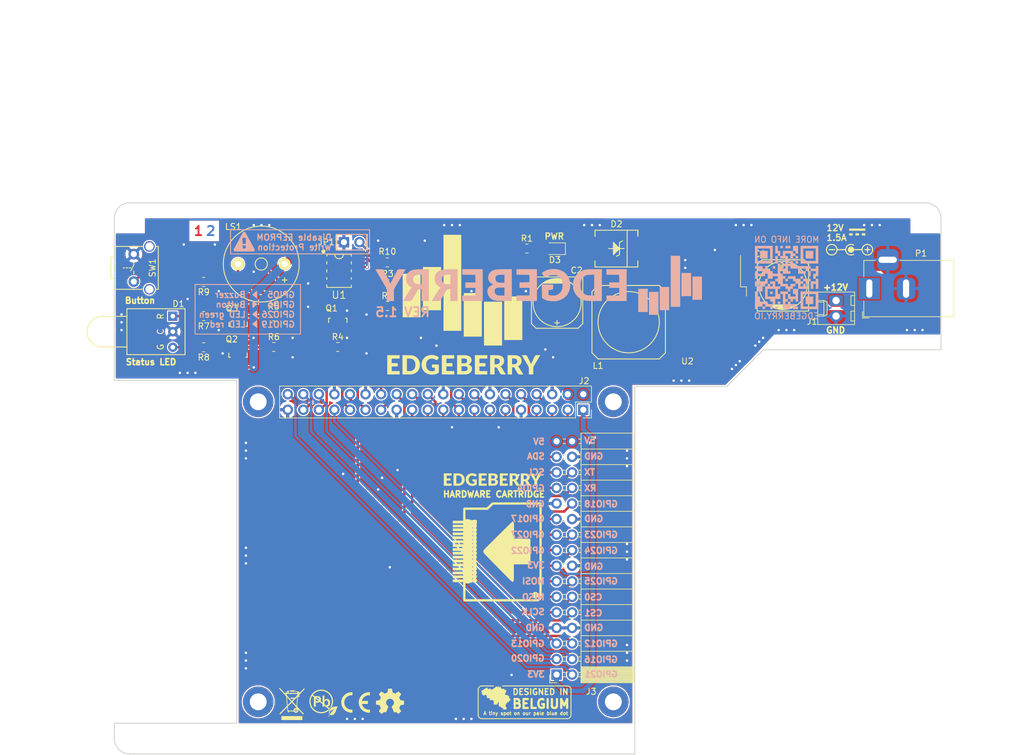
<source format=kicad_pcb>
(kicad_pcb (version 20240108) (generator "pcbnew") (generator_version "8.0")
  (layers (0 "F.Cu" signal) (31 "B.Cu" signal) (34 "B.Paste" user) (35 "F.Paste" user) (36 "B.SilkS" user "B.Silkscreen") (37 "F.SilkS" user "F.Silkscreen") (38 "B.Mask" user) (39 "F.Mask" user) (44 "Edge.Cuts" user))
  (net 0 "")
  (net 1 "+3V3")
  (net 2 "GND")
  (net 3 "btn_1")
  (net 4 "UART_TX")
  (net 5 "UART_RX")
  (net 6 "+12V")
  (net 7 "+5V")
  (net 8 "Net-(D1-A2)")
  (net 9 "Net-(D1-A1)")
  (net 10 "WP")
  (net 11 "Net-(D2-K)")
  (net 12 "Net-(D3-A)")
  (net 13 "I2C_SDA")
  (net 14 "I2C_SCL")
  (net 15 "LED_red")
  (net 16 "ID_SCL")
  (net 17 "ID_SDA")
  (net 18 "buzzer")
  (net 19 "GPIO_4")
  (net 20 "GPIO_23")
  (net 21 "GPIO_24")
  (net 22 "Net-(Q1-C)")
  (net 23 "GPIO_25")
  (net 24 "SPI_SCLK")
  (net 25 "SPI_CS0")
  (net 26 "SPI_CS1")
  (net 27 "SPI_MOSI")
  (net 28 "SPI_MISO")
  (net 29 "GPIO_18")
  (net 30 "GPIO_17")
  (net 31 "GPIO_22")
  (net 32 "GPIO_16")
  (net 33 "GPIO_12")
  (net 34 "GPIO_21")
  (net 35 "GPIO_20")
  (net 36 "GPIO_27")
  (net 37 "GPIO_13")
  (net 38 "LED_green")
  (net 39 "Net-(Q1-B)")
  (net 40 "Net-(Q2-E)")
  (net 41 "Net-(Q2-B)")
  (net 42 "Net-(Q3-E)")
  (net 43 "Net-(Q3-B)")
  (footprint "Capacitors_SMD:c_elec_8x10" (layer "F.Cu") (at 192.849 65.2672 90)
    (property "Reference" "C1")
    (property "Value" "330uF")
  )
  (footprint "Capacitors_SMD:c_elec_8x10" (layer "F.Cu") (at 155.956 68.072 -90)
    (property "Reference" "C2")
    (property "Value" "330uF")
  )
  (footprint "Inductors:SELF-WE-PD-XXL" (layer "F.Cu") (at 167.649 71.272 -90)
    (property "Reference" "L1")
    (property "Value" "33uH")
  )
  (footprint "TO_SOT_Packages_SMD:SOT-23" (layer "F.Cu") (at 103.874 71.297 180)
    (property "Reference" "Q3")
    (property "Value" "BC547")
  )
  (footprint "TO_SOT_Packages_SMD:SOT-23" (layer "F.Cu") (at 103.849 76.347 180)
    (property "Reference" "Q2")
    (property "Value" "BC547")
  )
  (footprint "emcosys:tactile_switch_vertical" (layer "F.Cu") (at 86.829 62.398 -90)
    (property "Reference" "SW1")
    (property "Value" "SW_PUSH")
  )
  (footprint "emcosys:SpuQ_5mm_copper" (layer "F.Cu") (at 112.522 124.714)
    (property "Reference" "G***" (hide yes))
    (property "Value" "LOGO" (hide yes))
  )
  (footprint "emcosys:SS54_Schottky_40V_5A" (layer "F.Cu") (at 165.649 59.25)
    (property "Reference" "D2")
    (property "Value" "SS54")
  )
  (footprint "emcosys:Hole_M2.5" (layer "F.Cu") (at 88 20)
    (property "Reference" "REF**" (hide yes))
    (property "Value" "Hole_M3" (hide yes))
  )
  (footprint "TO_SOT_Packages_SMD:SOT-23" (layer "F.Cu") (at 120.149 71.272)
    (property "Reference" "Q1")
    (property "Value" "BC547")
  )
  (footprint "emcosys:Hole_M2.5_small" (layer "F.Cu") (at 86.149 54.272)
    (property "Reference" "REF**" (hide yes))
    (property "Value" "Hole_M2.5_small" (hide yes))
  )
  (footprint "emcosys:Hole_M2.5_small" (layer "F.Cu") (at 216.149 54.272)
    (property "Reference" "REF**" (hide yes))
    (property "Value" "Hole_M2.5_small" (hide yes))
  )
  (footprint "emcosys:Hole_M2.5_small" (layer "F.Cu") (at 86.149 139.272)
    (property "Reference" "REF**" (hide yes))
    (property "Value" "Hole_M2.5_small" (hide yes))
  )
  (footprint "Buzzers_Beepers:Buzzer_12x9.5RM7.6" (layer "F.Cu") (at 107.649 61.772 180)
    (property "Reference" "LS1")
    (property "Value" "Buzzer")
  )
  (footprint "Fiducials:Fiducial_1mm_Dia_2.54mm_Outer_CopperTop" (layer "F.Cu") (at 91.5 56.5)
    (property "Reference" "REF**" (hide yes))
    (property "Value" "Fiducial_1mm_Dia_2.54mm_Outer_CopperTop" (hide yes))
  )
  (footprint "Fiducials:Fiducial_1mm_Dia_2.54mm_Outer_CopperTop" (layer "F.Cu") (at 211.75 56.5)
    (property "Reference" "REF**" (hide yes))
    (property "Value" "Fiducial_1mm_Dia_2.54mm_Outer_CopperTop" (hide yes))
  )
  (footprint "Fiducials:Fiducial_1mm_Dia_2.54mm_Outer_CopperTop" (layer "F.Cu") (at 160.0842 134.787)
    (property "Reference" "REF**" (hide yes))
    (property "Value" "Fiducial_1mm_Dia_2.54mm_Outer_CopperTop" (hide yes))
  )
  (footprint "Connector_Molex:Molex_KK-254_AE-6410-02A_1x02_P2.54mm_Vertical" (layer "F.Cu") (at 201.517 67.731 -90)
    (property "Reference" "J1")
    (property "Value" "Molex_KK_1x02_P2.54mm")
  )
  (footprint "Resistor_SMD:R_0805_2012Metric" (layer "F.Cu") (at 128.274 68.62 180)
    (property "Reference" "R2")
    (property "Value" "10k")
  )
  (footprint "Package_TO_SOT_SMD:TO-263-5_TabPin3" (layer "F.Cu") (at 181.674 68.447 -90)
    (property "Reference" "U2")
    (property "Value" "LM2596S-5.0")
  )
  (footprint "LOGO" (layer "F.Cu") (at 145.949 132.647736)
    (property "Reference" "G***" (hide yes))
    (property "Value" "LOGO" (hide yes))
  )
  (footprint "Resistor_SMD:R_0805_2012Metric" (layer "F.Cu") (at 98.249 64.697 180)
    (property "Reference" "R9")
    (property "Value" "10k")
  )
  (footprint "LED_SMD:LED_0805_2012Metric" (layer "F.Cu") (at 155.624 59.272 180)
    (property "Reference" "D3")
    (property "Value" "LED")
  )
  (footprint "emcosys:SOIC_8" (layer "F.Cu") (at 120.349 62.8865 -90)
    (property "Reference" "U1")
    (property "Value" "24LC256")
  )
  (footprint "Connector_PinSocket_2.54mm:PinSocket_2x20_P2.54mm_Vertical" (layer "F.Cu") (at 160.234 85.572 -90)
    (property "Reference" "J2")
    (property "Value" "Raspberry_Pi_2_3" (hide yes))
  )
  (footprint "emcosys:bicolor_LED_right_angle" (layer "F.Cu") (at 93.199 72.822 -90)
    (property "Reference" "D1")
    (property "Value" "Led_x2")
  )
  (footprint "Connector_PinHeader_2.54mm:PinHeader_1x02_P2.54mm_Vertical" (layer "F.Cu") (at 121.146 58.206 90)
    (property "Reference" "JP1")
    (property "Value" "Jumper_2_Open" (hide yes))
  )
  (footprint "LOGO" (layer "F.Cu") (at 203.749 59.422)
    (property "Reference" "G***" (hide yes))
    (property "Value" "LOGO" (hide yes))
  )
  (footprint "LOGO" (layer "F.Cu") (at 123.049 133.372)
    (property "Reference" "G***" (hide yes))
    (property "Value" "LOGO" (hide yes))
  )
  (footprint "Resistor_SMD:R_0805_2012Metric" (layer "F.Cu") (at 151.024 59.247)
    (property "Reference" "R1")
    (property "Value" "270R")
  )
  (footprint "LOGO" (layer "F.Cu") (at 140.716 78.232)
    (property "Reference" "G***" (hide yes))
    (property "Value" "LOGO" (hide yes))
  )
  (footprint "LOGO" (layer "F.Cu") (at 145.449 96.972)
    (property "Reference" "G***" (hide yes))
    (property "Value" "LOGO" (hide yes))
  )
  (footprint "Resistor_SMD:R_0805_2012Metric" (layer "F.Cu") (at 128.2345 61.508)
    (property "Reference" "R10")
    (property "Value" "10k")
  )
  (footprint "LOGO" (layer "F.Cu") (at 128.649 133.172)
    (property "Reference" "G***" (hide yes))
    (property "Value" "LOGO" (hide yes))
  )
  (footprint "Resistor_SMD:R_0805_2012Metric" (layer "F.Cu") (at 98.249 70.272 180)
    (property "Reference" "R7")
    (property "Value" "270R")
  )
  (footprint "LOGO" (layer "F.Cu") (at 112.649 133.172)
    (property "Reference" "G***" (hide yes))
    (property "Value" "LOGO" (hide yes))
  )
  (footprint "LOGO" (layer "F.Cu") (at 204.949 56.572)
    (property "Reference" "G***" (hide yes))
    (property "Value" "LOGO" (hide yes))
  )
  (footprint "LOGO" (layer "F.Cu") (at 117.849 133.572)
    (property "Reference" "G***" (hide yes))
    (property "Value" "LOGO" (hide yes))
  )
  (footprint "Resistor_SMD:R_0805_2012Metric" (layer "F.Cu") (at 120.149 75.322)
    (property "Reference" "R4")
    (property "Value" "3k3")
  )
  (footprint "Connector_BarrelJack:BarrelJack_Horizontal" (layer "F.Cu") (at 206.949 65.7795 180)
    (property "Reference" "P1")
    (property "Value" "12Vin")
  )
  (footprint "Resistor_SMD:R_0805_2012Metric" (layer "F.Cu") (at 109.674 70.322)
    (property "Reference" "R5")
    (property "Value" "3k3")
  )
  (footprint "LOGO" (layer "F.Cu") (at 146.249 108.772)
    (property "Reference" "G***" (hide yes))
    (property "Value" "LOGO" (hide yes))
  )
  (footprint "Resistor_SMD:R_0805_2012Metric" (layer "F.Cu") (at 98.249 75.372 180)
    (property "Reference" "R8")
    (property "Value" "270R")
  )
  (footprint "Resistor_SMD:R_0805_2012Metric" (layer "F.Cu") (at 128.299 65.064 180)
    (property "Reference" "R3")
    (property "Value" "10k")
  )
  (footprint "Connector_PinSocket_2.54mm:PinSocket_2x16_P2.54mm_Horizontal" (layer "F.Cu") (at 155.874 128.822 180)
    (property "Reference" "J3")
    (property "Value" "Edgeberry Cartridge Connector")
  )
  (footprint "Resistor_SMD:R_0805_2012Metric" (layer "F.Cu") (at 109.699 75.322)
    (property "Reference" "R6")
    (property "Value" "3k3")
  )
  (footprint "LOGO" (layer "F.Cu") (at 140.462 65.964852)
    (property "Reference" "G***" (hide yes))
    (property "Value" "LOGO" (hide yes))
  )
  (footprint "emcosys:Hole_M3" (layer "B.Cu") (at 165.1464 84.271 180)
    (property "Reference" "REF**" (hide yes))
    (property "Value" "Hole_M3" (hide yes))
  )
  (footprint "emcosys:Hole_M2.5" (layer "B.Cu") (at 107.1464 84.271 180)
    (property "Reference" "REF**" (hide yes))
    (property "Value" "Hole_M3" (hide yes))
  )
  (footprint "emcosys:Hole_M2.5" (layer "B.Cu") (at 107.1464 133.271 180)
    (property "Reference" "REF**" (hide yes))
    (property "Value" "Hole_M3" (hide yes))
  )
  (footprint "emcosys:Hole_M2.5" (layer "B.Cu") (at 165.1464 133.271 180)
    (property "Reference" "REF**" (hide yes))
    (property "Value" "Hole_M3" (hide yes))
  )
  (footprint "emcosys:via_0.6mm" (layer "B.Cu") (at 149.689 96.222 -90)
    (property "Reference" "REF**" (hide yes))
    (property "Value" "via_0.6mm" (hide yes))
  )
  (footprint "emcosys:Hole_M2.5" (layer "B.Cu") (at 112.649 76.772 180)
    (property "Reference" "REF**" (hide yes))
    (property "Value" "Hole_M3" (hide yes))
  )
  (footprint "emcosys:Hole_M2.5" (layer "B.Cu") (at 167.649 76.772 180)
    (property "Reference" "REF**" (hide yes))
    (property "Value" "Hole_M3" (hide yes))
  )
  (footprint "LOGO" (layer "B.Cu") (at 104.8392 58.1044 180)
    (property "Reference" "G***" (hide yes))
    (property "Value" "LOGO" (hide yes))
  )
  (footprint "LOGO" (layer "B.Cu") (at 152.5658 65.2164 180)
    (property "Reference" "G***" (hide yes))
    (property "Value" "LOGO" (hide yes))
  )
  (footprint "LOGO" (layer "B.Cu") (at 193.449 63.972 180)
    (property "Reference" "G***" (hide yes))
    (property "Value" "LOGO" (hide yes))
  )
  (gr_poly (pts (xy 106.8966 67.2738) (xy 106.2616 66.7658) (xy 106.8966 66.2578)) (stroke (width 0.15)) (fill solid) (layer "B.SilkS"))
  (gr_line (start 125.337 56.174) (end 102.6294 56.174) (stroke (width 0.15)) (layer "B.SilkS"))
  (gr_line (start 114.049 73.2182) (end 96.8382 73.2182) (stroke (width 0.15)) (layer "B.SilkS"))
  (gr_line (start 120.003 56.936) (end 124.829 56.936) (stroke (width 0.15)) (layer "B.SilkS"))
  (gr_poly (pts (xy 106.8966 70.4742) (xy 106.2616 69.9662) (xy 106.8966 69.4582)) (stroke (width 0.15)) (fill solid) (layer "B.SilkS"))
  (gr_line (start 120.003 59.476) (end 120.003 56.936) (stroke (width 0.15)) (layer "B.SilkS"))
  (gr_line (start 125.337 60.111) (end 102.6294 60.111) (stroke (width 0.15)) (layer "B.SilkS"))
  (gr_line (start 124.829 59.476) (end 120.003 59.476) (stroke (width 0.15)) (layer "B.SilkS"))
  (gr_poly (pts (xy 106.8966 72.0744) (xy 106.2616 71.5664) (xy 106.8966 71.0584)) (stroke (width 0.15)) (fill solid) (layer "B.SilkS"))
  (gr_line (start 114.049 65.1182) (end 96.8382 65.1182) (stroke (width 0.15)) (layer "B.SilkS"))
  (gr_line (start 102.6294 60.111) (end 102.6294 56.174) (stroke (width 0.15)) (layer "B.SilkS"))
  (gr_line (start 125.337 56.174) (end 125.337 60.111) (stroke (width 0.15)) (layer "B.SilkS"))
  (gr_poly (pts (xy 106.2616 67.8326) (xy 106.8966 68.3406) (xy 106.2616 68.8486)) (stroke (width 0.15)) (fill solid) (layer "B.SilkS"))
  (gr_line (start 114.049 65.1182) (end 114.049 73.2182) (stroke (width 0.15)) (layer "B.SilkS"))
  (gr_line (start 124.829 56.936) (end 124.829 59.476) (stroke (width 0.15)) (layer "B.SilkS"))
  (gr_line (start 96.8382 65.1182) (end 96.8382 73.2182) (stroke (width 0.15)) (layer "B.SilkS"))
  (gr_line (start 157.624736 130.672) (end 147.049 130.672) (stroke (width 0.15)) (layer "F.SilkS"))
  (gr_arc (start 157.624736 130.672) (mid 158.049 130.847736) (end 158.224736 131.272) (stroke (width 0.15)) (layer "F.SilkS"))
  (gr_line (start 143.073264 131.247736) (end 143.073264 135.423472) (stroke (width 0.15)) (layer "F.SilkS"))
  (gr_arc (start 143.673264 136.023472) (mid 143.249 135.847736) (end 143.073264 135.423472) (stroke (width 0.15)) (layer "F.SilkS"))
  (gr_poly (pts (xy 114.299 136.172) (xy 110.999 136.172) (xy 110.999 135.672) (xy 114.299 135.672)) (stroke (width 0.15)) (fill solid) (layer "F.SilkS"))
  (gr_line (start 145.549 130.672) (end 143.673264 130.672) (stroke (width 0.15)) (layer "F.SilkS"))
  (gr_arc (start 158.224736 135.423472) (mid 158.049 135.847736) (end 157.624736 136.023472) (stroke (width 0.15)) (layer "F.SilkS"))
  (gr_line (start 143.673264 136.023472) (end 157.624736 136.023472) (stroke (width 0.15)) (layer "F.SilkS"))
  (gr_arc (start 143.073264 131.272) (mid 143.249 130.847736) (end 143.673264 130.672) (stroke (width 0.15)) (layer "F.SilkS"))
  (gr_line (start 158.224736 135.423472) (end 158.224736 131.272) (stroke (width 0.15)) (layer "F.SilkS"))
  (gr_line (start 183.649 81.772) (end 168.649 81.772) (stroke (width 0.15)) (layer "Edge.Cuts"))
  (gr_arc (start 83.649 54.272) (mid 84.381233 52.504233) (end 86.149 51.772) (stroke (width 0.15)) (layer "Edge.Cuts"))
  (gr_line (start 168.649 141.772) (end 168.649 81.772) (stroke (width 0.15)) (layer "Edge.Cuts"))
  (gr_line (start 103.649 136.772) (end 83.649 136.772) (stroke (width 0.15)) (layer "Edge.Cuts"))
  (gr_line (start 216.149 51.772) (end 86.149 51.772) (stroke (width 0.15)) (layer "Edge.Cuts"))
  (gr_arc (start 216.149 51.772) (mid 217.916767 52.504233) (end 218.649 54.272) (stroke (width 0.15)) (layer "Edge.Cuts"))
  (gr_line (start 189.649 75.772) (end 218.649 75.772) (stroke (width 0.15)) (layer "Edge.Cuts"))
  (gr_line (start 83.649 54.272) (end 83.649 80.772) (stroke (width 0.15)) (layer "Edge.Cuts"))
  (gr_line (start 183.649 81.772) (end 189.649 75.772) (stroke (width 0.15)) (layer "Edge.Cuts"))
  (gr_line (start 83.649 80.772) (end 103.649 80.772) (stroke (width 0.15)) (layer "Edge.Cuts"))
  (gr_line (start 218.649 75.772) (end 218.649 54.272) (stroke (width 0.15)) (layer "Edge.Cuts"))
  (gr_line (start 103.649 80.772) (end 103.649 136.772) (stroke (width 0.15)) (layer "Edge.Cuts"))
  (gr_line (start 168.649 141.772) (end 86.149 141.772) (stroke (width 0.15)) (layer "Edge.Cuts"))
  (gr_arc (start 86.149 141.772) (mid 84.381233 141.039767) (end 83.649 139.272) (stroke (width 0.15)) (layer "Edge.Cuts"))
  (gr_line (start 83.649 136.772) (end 83.649 139.272) (stroke (width 0.15)) (layer "Edge.Cuts"))
  (gr_text "1" (at 97.399 56.372 0) (layer "F.Cu") (effects (font (size 1.5 1.5) (thickness 0.3))))
  (gr_text "2" (at 99.399 56.372 0) (layer "B.Cu") (effects (font (size 1.5 1.5) (thickness 0.3))))
  (gr_text "5V" (at 160.249 90.572 0) (layer "B.SilkS") (effects (font (size 1 1) (thickness 0.25)) (justify right mirror)))
  (gr_text "GPIO24" (at 160.249 108.572 0) (layer "B.SilkS") (effects (font (size 1 1) (thickness 0.25)) (justify right mirror)))
  (gr_text "MOSI" (at 154.049 113.572 0) (layer "B.SilkS") (effects (font (size 1 1) (thickness 0.25)) (justify left mirror)))
  (gr_text "5V" (at 154.049 90.772 0) (layer "B.SilkS") (effects (font (size 1 1) (thickness 0.25)) (justify left mirror)))
  (gr_text "3V3" (at 154.049 110.972 0) (layer "B.SilkS") (effects (font (size 1 1) (thickness 0.25)) (justify left mirror)))
  (gr_text "GND" (at 154.049 100.972 0) (layer "B.SilkS") (effects (font (size 1 1) (thickness 0.25)) (justify left mirror)))
  (gr_text "GND" (at 160.249 111.172 0) (layer "B.SilkS") (effects (font (size 1 1) (thickness 0.25)) (justify right mirror)))
  (gr_text "GPIO21" (at 160.249 128.772 0) (layer "B.SilkS") (effects (font (size 1 1) (thickness 0.25)) (justify right mirror)))
  (gr_text "GPIO12" (at 160.249 123.772 0) (layer "B.SilkS") (effects (font (size 1 1) (thickness 0.25)) (justify right mirror)))
  (gr_text "REV 1.5" (at 130.7218 69.636 0) (layer "B.SilkS") (effects (font (size 1.5 1.5) (thickness 0.3)) (justify mirror)))
  (gr_text "GPIO20" (at 154.049 126.172 0) (layer "B.SilkS") (effects (font (size 1 1) (thickness 0.25)) (justify left mirror)))
  (gr_text "GPIO4" (at 154.049 98.372 0) (layer "B.SilkS") (effects (font (size 1 1) (thickness 0.25)) (justify left mirror)))
  (gr_text "GPIO5\nGPIO6\nGPIO26\nGPIO19" (at 113.249 69.2182 0) (layer "B.SilkS") (effects (font (size 1 1) (thickness 0.2)) (justify left mirror)))
  (gr_text "GPIO25" (at 160.249 113.572 0) (layer "B.SilkS") (effects (font (size 1 1) (thickness 0.25)) (justify right mirror)))
  (gr_text "SCL" (at 154.049 95.772 0) (layer "B.SilkS") (effects (font (size 1 1) (thickness 0.25)) (justify left mirror)))
  (gr_text "GND" (at 160.249 93.172 0) (layer "B.SilkS") (effects (font (size 1 1) (thickness 0.25)) (justify right mirror)))
  (gr_text "CS1" (at 160.249 118.772 0) (layer "B.SilkS") (effects (font (size 1 1) (thickness 0.25)) (justify right mirror)))
  (gr_text "MORE INFO ON" (at 193.449 57.772 0) (layer "B.SilkS") (effects (font (size 1 0.95)) (justify mirror)))
  (gr_text "SCLK" (at 154.049 118.572 0) (layer "B.SilkS") (effects (font (size 1 1) (thickness 0.25)) (justify left mirror)))
  (gr_text "GPIO16" (at 160.249 126.372 0) (layer "B.SilkS") (effects (font (size 1 1) (thickness 0.25)) (justify right mirror)))
  (gr_text "GPIO22" (at 154.049 108.572 0) (layer "B.SilkS") (effects (font (size 1 1) (thickness 0.25)) (justify left mirror)))
  (gr_text "CS0" (at 160.249 116.172 0) (layer "B.SilkS") (effects (font (size 1 1) (thickness 0.25)) (justify right mirror)))
  (gr_text "Buzzer\nButton \nLED green\nLED red" (at 105.2202 69.2042 0) (layer "B.SilkS") (effects (font (size 1 1) (thickness 0.2)) (justify left mirror)))
  (gr_text "GPIO23" (at 160.249 105.972 0) (layer "B.SilkS") (effects (font (size 1 1) (thickness 0.25)) (justify right mirror)))
  (gr_text "SDA" (at 154.049 93.172 0) (layer "B.SilkS") (effects (font (size 1 1) (thickness 0.25)) (justify left mirror)))
  (gr_text "Disable EEPROM\nWrite Protection" (at 119.241 58.2314 0) (layer "B.SilkS") (effects (font (size 1 1) (thickness 0.2)) (justify left mirror)))
  (gr_text "TX" (at 160.249 95.772 0) (layer "B.SilkS") (effects (font (size 1 1) (thickness 0.25)) (justify right mirror)))
  (gr_text "GND" (at 160.249 103.372 0) (layer "B.SilkS") (effects (font (size 1 1) (thickness 0.25)) (justify right mirror)))
  (gr_text "GPIO18" (at 160.249 100.972 0) (layer "B.SilkS") (effects (font (size 1 1) (thickness 0.25)) (justify right mirror)))
  (gr_text "3V3" (at 154.049 128.772 0) (layer "B.SilkS") (effects (font (size 1 1) (thickness 0.25)) (justify left mirror)))
  (gr_text "GPIO17" (at 154.049 103.372 0) (layer "B.SilkS") (effects (font (size 1 1) (thickness 0.25)) (justify left mirror)))
  (gr_text "GND" (at 154.049 121.172 0) (layer "B.SilkS") (effects (font (size 1 1) (thickness 0.25)) (justify left mirror)))
  (gr_text "GND" (at 160.249 121.172 0) (layer "B.SilkS") (effects (font (size 1 1) (thickness 0.25)) (justify right mirror)))
  (gr_text "GPIO27" (at 154.049 105.972 0) (layer "B.SilkS") (effects (font (size 1 1) (thickness 0.25)) (justify left mirror)))
  (gr_text "RX" (at 160.249 98.372 0) (layer "B.SilkS") (effects (font (size 1 1) (thickness 0.25)) (justify right mirror)))
  (gr_text "EDGEBERRY.IO" (at 193.449 70.272 0) (layer "B.SilkS") (effects (font (size 1 1)) (justify mirror)))
  (gr_text "GPIO13" (at 154.049 123.772 0) (layer "B.SilkS") (effects (font (size 1 1) (thickness 0.25)) (justify left mirror)))
  (gr_text "MISO" (at 154.049 116.172 0) (layer "B.SilkS") (effects (font (size 1 1) (thickness 0.25)) (justify left mirror)))
  (gr_text "GND" (at 201.449 72.572 0) (layer "F.SilkS") (effects (font (size 1 1) (thickness 0.25))))
  (gr_text "12V\n1.5A" (at 199.849 56.672 0) (layer "F.SilkS") (effects (font (size 1 1) (thickness 0.2)) (justify left)))
  (gr_text "DESIGNED IN" (at 153.249 131.647736 0) (layer "F.SilkS") (effects (font (size 0.95 0.95) (thickness 0.2))))
  (gr_text "HARDWARE CARTRIDGE" (at 145.649 99.372 0) (layer "F.SilkS") (effects (font (size 1 1) (thickness 0.25))))
  (gr_text "Button" (at 87.845 67.732 0) (layer "F.SilkS") (effects (font (size 1 1) (thickness 0.25))))
  (gr_text "\nBELGIUM" (at 148.449 132.447736 0) (layer "F.SilkS") (effects (font (size 1.45 1.45) (thickness 0.3625)) (justify left)))
  (gr_text "+12V" (at 201.449 65.572 0) (layer "F.SilkS") (effects (font (size 1 1) (thickness 0.25))))
  (gr_text "PWR" (at 155.5 57.25 0) (layer "F.SilkS") (effects (font (size 1 1) (thickness 0.2))))
  (gr_text "Status LED" (at 89.649 77.772 0) (layer "F.SilkS") (effects (font (size 1 1) (thickness 0.25))))
  (gr_text "A tiny spot on our pale blue dot" (at 143.849 135.147736 0) (layer "F.SilkS") (effects (font (size 0.55 0.55) (thickness 0.125)) (justify left)))
  (segment (start 139.9054 98.1224) (end 152.825 111.042) (width 0.4) (layer "F.Cu") (net 1))
  (segment (start 152.825 111.042) (end 155.879 111.042) (width 0.4) (layer "F.Cu") (net 1))
  (segment (start 125.591 61.508) (end 127.322 61.508) (width 0.4) (layer "F.Cu") (net 1))
  (segment (start 129.2115 63.6045) (end 129.2115 65.064) (width 0.4) (layer "F.Cu") (net 1))
  (segment (start 127.322 61.508) (end 127.322 62.604) (width 0.4) (layer "F.Cu") (net 1))
  (segment (start 125.0645 60.9815) (end 125.591 61.508) (width 0.4) (layer "F.Cu") (net 1))
  (segment (start 139.9054 85.5705) (end 139.9054 85.8834) (width 0.4) (layer "F.Cu") (net 1))
  (segment (start 129.2115 68.595) (end 129.1865 68.62) (width 0.4) (layer "F.Cu") (net 1))
  (segment (start 127.322 62.604) (end 127.877 63.159) (width 0.4) (layer "F.Cu") (net 1))
  (segment (start 119.971 59.646) (end 116.669 59.646) (width 0.4) (layer "F.Cu") (net 1))
  (segment (start 129.2115 65.064) (end 129.2115 68.595) (width 0.4) (layer "F.Cu") (net 1))
  (segment (start 112.097 64.218) (end 110.2162 64.218) (width 0.4) (layer "F.Cu") (net 1))
  (segment (start 121.326 61.001) (end 119.971 59.646) (width 0.4) (layer "F.Cu") (net 1))
  (segment (start 128.766 63.159) (end 129.2115 63.6045) (width 0.4) (layer "F.Cu") (net 1))
  (segment (start 139.9054 85.5705) (end 139.8465 85.5705) (width 0.4) (layer "F.Cu") (net 1))
  (segment (start 105.6012 59.603) (end 102.3246 59.603) (width 0.4) (layer "F.Cu") (net 1))
  (segment (start 139.9054 85.5705) (end 138.672 84.3371) (width 0.4) (layer "F.Cu") (net 1))
  (segment (start 122.807 61.001) (end 121.326 61.001) (width 0.4) (layer "F.Cu") (net 1))
  (segment (start 127.877 63.159) (end 128.766 63.159) (width 0.4) (layer "F.Cu") (net 1))
  (segment (start 139.9054 85.5705) (end 139.9054 85.5024) (width 0.4) (layer "F.Cu") (net 1))
  (segment (start 139.9054 85.5705) (end 139.8599 85.5705) (width 0.4) (layer "F.Cu") (net 1))
  (segment (start 139.9054 85.5705) (end 139.9054 98.1224) (width 0.4) (layer "F.Cu") (net 1))
  (segment (start 99.1615 62.7661) (end 99.1615 64.697) (width 0.4) (layer "F.Cu") (net 1))
  (segment (start 110.2162 64.218) (end 105.6012 59.603) (width 0.4) (layer "F.Cu") (net 1))
  (segment (start 116.669 59.646) (end 112.097 64.218) (width 0.4) (layer "F.Cu") (net 1))
  (segment (start 138.672 80.940259) (end 129.1865 71.454759) (width 0.4) (layer "F.Cu") (net 1))
  (segment (start 138.672 84.3371) (end 138.672 80.940259) (width 0.4) (layer "F.Cu") (net 1))
  (segment (start 129.1865 71.454759) (end 129.1865 68.62) (width 0.4) (layer "F.Cu") (net 1))
  (segment (start 122.799 60.9815) (end 125.0645 60.9815) (width 0.4) (layer "F.Cu") (net 1))
  (segment (start 102.3246 59.603) (end 99.1615 62.7661) (width 0.4) (layer "F.Cu") (net 1))
  (segment (start 161.786 112.3842) (end 161.786 129.9356) (width 0.8) (layer "B.Cu") (net 1))
  (segment (start 160.2254 88.8018) (end 161.786 90.3624) (width 0.8) (layer "B.Cu") (net 1))
  (segment (start 160.2366 131.485) (end 157.0616 131.485) (width 0.8) (layer "B.Cu") (net 1))
  (segment (start 157.219489 112.382489) (end 161.784289 112.382489) (width 0.4) (layer "B.Cu") (net 1))
  (segment (start 155.879 130.3024) (end 155.879 128.822) (width 0.8) (layer "B.Cu") (net 1))
  (segment (start 161.786 90.3624) (end 161.786 112.3842) (width 0.8) (layer "B.Cu") (net 1))
  (segment (start 161.786 129.9356) (end 160.2366 131.485) (width 0.8) (layer "B.Cu") (net 1))
  (segment (start 161.784289 112.382489) (end 161.786 112.3842) (width 0.4) (layer "B.Cu") (net 1))
  (segment (start 157.0616 131.485) (end 155.879 130.3024) (width 0.8) (layer "B.Cu") (net 1))
  (segment (start 160.2254 85.5705) (end 160.2254 88.8018) (width 0.8) (layer "B.Cu") (net 1))
  (segment (start 155.879 111.042) (end 157.219489 112.382489) (width 0.4) (layer "B.Cu") (net 1))
  (segment (start 155.879 121.202) (end 158.419 121.202) (width 0.4) (layer "F.Cu") (net 2))
  (via (at 115.304 68.747) (size 0.6) (drill 0.4) (layers "F.Cu" "B.Cu") (net 2))
  (via (at 167.374 94.782) (size 0.6) (drill 0.4) (layers "F.Cu" "B.Cu") (net 2))
  (via (at 84.824 72.557) (size 0.6) (drill 0.4) (layers "F.Cu" "B.Cu") (net 2))
  (via (at 176.264 80.812) (size 0.6) (drill 0.4) (layers "F.Cu" "B.Cu") (net 2))
  (via (at 185.154 55.412) (size 0.6) (drill 0.4) (layers "F.Cu" "B.Cu") (net 2))
  (via (at 133.719 73.827) (size 0.6) (drill 0.4) (layers "F.Cu" "B.Cu") (net 2))
  (via (at 138.799 88.432) (size 0.6) (drill 0.4) (layers "F.Cu" "B.Cu") (net 2))
  (via (at 100.064 58.587) (size 0.6) (drill 0.4) (layers "F.Cu" "B.Cu") (net 2))
  (via (at 148.524 128.872) (size 0.6) (drill 0.4) (layers "F.Cu" "B.Cu") (net 2))
  (via (at 126.734 98.592) (size 0.6) (drill 0.4) (layers "F.Cu" "B.Cu") (net 2))
  (via (at 162.929 55.412) (size 0.6) (drill 0.4) (layers "F.Cu" "B.Cu") (net 2))
  (via (at 108.954 55.412) (size 0.6) (drill 0.4) (layers "F.Cu" "B.Cu") (net 2))
  (via (at 139.434 136.057) (size 0.6) (drill 0.4) (layers "F.Cu" "B.Cu") (net 2))
  (via (at 167.374 93.512) (size 0.6) (drill 0.4) (layers "F.Cu" "B.Cu") (net 2))
  (via (at 176.899 62.397) (size 0.6) (drill 0.4) (layers "F.Cu" "B.Cu") (net 2))
  (via (at 124.829 76.367) (size 0.6) (drill 0.4) (layers "F.Cu" "B.Cu") (net 2))
  (via (at 136.259 75.097) (size 0.6) (drill 0.4) (layers "F.Cu" "B.Cu") (net 2))
  (via (at 167.374 125.262) (size 0.6) (drill 0.4) (layers "F.Cu" "B.Cu") (net 2))
  (via (at 174.994 80.812) (size 0.6) (drill 0.4) (layers "F.Cu" "B.Cu") (net 2))
  (via (at 160.389 55.412) (size 0.6) (drill 0.4) (layers "F.Cu" "B.Cu") (net 2))
  (via (at 121.654 69.382) (size 0.6) (drill 0.4) (layers "F.Cu" "B.Cu") (net 2))
  (via (at 129.909 95.417) (size 0.6) (drill 0.4) (layers "F.Cu" "B.Cu") (net 2))
  (via (at 206.109 55.412) (size 0.6) (drill 0.4) (layers "F.Cu" "B.Cu") (net 2))
  (via (at 167.374 110.022) (size 0.6) (drill 0.4) (layers "F.Cu" "B.Cu") (net 2))
  (via (at 105.144 109.387) (size 0.6) (drill 0.4) (layers "F.Cu" "B.Cu") (net 2))
  (via (at 95.619 67.477) (size 0.6) (drill 0.4) (layers "F.Cu" "B.Cu") (net 2))
  (via (at 193.409 72.557) (size 0.6) (drill 0.4) (layers "F.Cu" "B.Cu") (net 2))
  (via (at 141.974 66.207) (size 0.6) (drill 0.4) (layers "F.Cu" "B.Cu") (net 2))
  (via (at 214.364 72.557) (size 0.6) (drill 0.4) (layers "F.Cu" "B.Cu") (net 2))
  (via (at 105.144 126.532) (size 0.6) (drill 0.4) (layers "F.Cu" "B.Cu") (net 2))
  (via (at 189.599 73.827) (size 0.6) (drill 0.4) (layers "F.Cu" "B.Cu") (net 2))
  (via (at 96.889 79.542) (size 0.6) (drill 0.4) (layers "F.Cu" "B.Cu") (net 2))
  (via (at 215.634 72.557) (size 0.6) (drill 0.4) (layers "F.Cu" "B.Cu") (net 2))
  (via (at 115.304 64.937) (size 0.6) (drill 0.4) (layers "F.Cu" "B.Cu") (net 2))
  (via (at 187.694 55.412) (size 0.6) (drill 0.4) (layers "F.Cu" "B.Cu") (net 2))
  (via (at 177.534 80.812) (size 0.6) (drill 0.4) (layers "F.Cu" "B.Cu") (net 2))
  (via (at 207.379 55.412) (size 0.6) (drill 0.4) (layers "F.Cu" "B.Cu") (net 2))
  (via (at 140.069 55.412) (size 0.6) (drill 0.4) (layers "F.Cu" "B.Cu") (net 2))
  (via (at 167.374 126.532) (size 0.6) (drill 0.4) (layers "F.Cu" "B.Cu") (net 2))
  (via (at 185.789 77.637) (size 0.6) (drill 0.4) (layers "F.Cu" "B.Cu") (net 2))
  (via (at 106.414 55.412) (size 0.6) (drill 0.4) (layers "F.Cu" "B.Cu") (net 2))
  (via (at 176.899 61.127) (size 0.6) (drill 0.4) (layers "F.Cu" "B.Cu") (net 2))
  (via (at 208.649 55.412) (size 0.6) (drill 0.4) (layers "F.Cu" "B.Cu") (net 2))
  (via (at 95.619 79.542) (size 0.6) (drill 0.4) (layers "F.Cu" "B.Cu") (net 2))
  (via (at 121.654 136.057) (size 0.6) (drill 0.4) (layers "F.Cu" "B.Cu") (net 2))
  (via (at 112.764 73.827) (size 0.6) (drill 0.4) (layers "F.Cu" "B.Cu") (net 2))
  (via (at 124.194 136.057) (size 0.6) (drill 0.4) (layers "F.Cu" "B.Cu") (net 2))
  (via (at 121.654 73.827) (size 0.6) (drill 0.4) (layers "F.Cu" "B.Cu") (net 2))
  (via (at 167.374 108.752) (size 0.6) (drill 0.4) (layers "F.Cu" "B.Cu") (net 2))
  (via (at 94.984 58.587) (size 0.6) (drill 0.4) (layers "F.Cu" "B.Cu") (net 2))
  (via (at 140.704 136.057) (size 0.6) (drill 0.4) (layers "F.Cu" "B.Cu") (net 2))
  (via (at 188.329 75.097) (size 0.6) (drill 0.4) (layers "F.Cu" "B.Cu") (net 2))
  (via (at 106.414 63.032) (size 0.6) (drill 0.4) (layers "F.Cu" "B.Cu") (net 2))
  (via (at 121.019 96.052) (size 0.6) (drill 0.4) (layers "F.Cu" "B.Cu") (net 2))
  (via (at 105.144 90.972) (size 0.6) (drill 0.4) (layers "F.Cu" "B.Cu") (net 2))
  (via (at 84.824 70.017) (size 0.6) (drill 0.4) (layers "F.Cu" "B.Cu") (net 2))
  (via (at 126.734 57.952) (size 0.6) (drill 0.4) (layers "F.Cu" "B.Cu") (net 2))
  (via (at 84.824 71.287) (size 0.6) (drill 0.4) (layers "F.Cu" "B.Cu") (net 2))
  (via (at 122.924 136.057) (size 0.6) (drill 0.4) (layers "F.Cu" "B.Cu") (net 2))
  (via (at 105.144 110.657) (size 0.6) (drill 0.4) (layers "F.Cu" "B.Cu") (net 2))
  (via (at 154.039 75.732) (size 0.6) (drill 0.4) (layers "F.Cu" "B.Cu") (net 2))
  (via (at 192.139 72.557) (size 0.6) (drill 0.4) (layers "F.Cu" "B.Cu") (net 2))
  (via (at 101.334 76.367) (size 0.6) (drill 0.4) (layers "F.Cu" "B.Cu") (net 2))
  (via (at 138.799 55.412) (size 0.6) (drill 0.4) (layers "F.Cu" "B.Cu") (net 2))
  (via (at 127.369 96.687) (size 0.6) (drill 0.4) (layers "F.Cu" "B.Cu") (net 2))
  (via (at 100.699 66.207) (size 0.6) (drill 0.4) (layers "F.Cu" "B.Cu") (net 2))
  (via (at 181.725 59.476) (size 0.6) (drill 0.4) (layers "F.Cu" "B.Cu") (net 2))
  (via (at 167.374 107.482) (size 0.6) (drill 0.4) (layers "F.Cu" "B.Cu") (net 2))
  (via (at 137.529 55.412) (size 0.6) (drill 0.4) (layers "F.Cu" "B.Cu") (net 2))
  (via (at 105.144 108.117) (size 0.6) (drill 0.4) (layers "F.Cu" "B.Cu") (net 2))
  (via (at 105.144 92.242) (size 0.6) (drill 0.4) (layers "F.Cu" "B.Cu") (net 2))
  (via (at 124.829 70.017) (size 0.6) (drill 0.4) (layers "F.Cu" "B.Cu") (net 2))
  (via (at 184.519 78.907) (size 0.6) (drill 0.4) (layers "F.Cu" "B.Cu") (net 2))
  (via (at 112.764 77.002) (size 0.6) (drill 0.4) (layers "F.Cu" "B.Cu") (net 2))
  (via (at 185.154 78.272) (size 0.6) (drill 0.4) (layers "F.Cu" "B.Cu") (net 2))
  (via (at 128.639 111.292) (size 0.6) (drill 0.4) (layers "F.Cu" "B.Cu") (net 2))
  (via (at 141.974 136.057) (size 0.6) (drill 0.4) (layers "F.Cu" "B.Cu") (net 2))
  (via (at 105.144 93.512) (size 0.6) (drill 0.4) (layers "F.Cu" "B.Cu") (net 2))
  (via (at 134.354 57.952) (size 0.6) (drill 0.4) (layers "F.Cu" "B.Cu") (net 2))
  (via (at 107.684 55.412) (size 0.6) (drill 0.4) (layers "F.Cu" "B.Cu") (net 2))
  (via (at 188.964 74.462) (size 0.6) (drill 0.4) (layers "F.Cu" "B.Cu") (net 2))
  (via (at 105.144 127.802) (size 0.6) (drill 0.4) (layers "F.Cu" "B.Cu") (net 2))
  (via (at 213.094 72.557) (size 0.6) (drill 0.4) (layers "F.Cu" "B.Cu") (net 2))
  (via (at 155.309 77.002) (size 0.6) (drill 0.4) (layers "F.Cu" "B.Cu") (net 2))
  (via (at 161.659 55.412) (size 0.6) (drill 0.4) (layers "F.Cu" "B.Cu") (net 2))
  (via (at 167.374 123.992) (size 0.6) (drill 0.4) (layers "F.Cu" "B.Cu") (net 2))
  (via (at 186.424 55.412) (size 0.6) (drill 0.4) (layers "F.Cu" "B.Cu") (net 2))
  (via (at 100.699 72.557) (size 0.6) (drill 0.4) (layers "F.Cu" "B.Cu") (net 2))
  (via (at 94.349 79.542) (size 0.6) (drill 0.4) (layers "F.Cu" "B.Cu") (net 2))
  (via (at 150.864 66.207) (size 0.6) (drill 0.4) (layers "F.Cu" "B.Cu") (net 2))
  (via (at 105.144 125.262) (size 0.6) (drill 0.4) (layers "F.Cu" "B.Cu") (net 2))
  (via (at 167.374 92.242) (size 0.6) (drill 0.4) (layers "F.Cu" "B.Cu") (net 2))
  (via (at 146.419 88.432) (size 0.6) (drill 0.4) (layers "F.Cu" "B.Cu") (net 2))
  (via (at 194.679 72.557) (size 0.6) (drill 0.4) (layers "F.Cu" "B.Cu") (net 2))
  (segment (start 122.1254 85.5024) (end 120.865 84.242) (width 0.4) (layer "F.Cu") (net 3))
  (segment (start 120.865 84.242) (end 120.865 79.416) (width 0.4) (layer "F.Cu") (net 3))
  (segment (start 120.865 79.416) (end 114.007 72.558) (width 0.4) (layer "F.Cu") (net 3))
  (segment (start 113.499 72.05) (end 113.499 70.018) (width 0.4) (layer "F.Cu") (net 3))
  (segment (start 113.499 70.018) (end 111.467 67.986) (width 0.4) (layer "F.Cu") (net 3))
  (segment (start 111.467 67.986) (end 98.513 67.986) (width 0.4) (layer "F.Cu") (net 3))
  (segment (start 98.513 67.986) (end 97.309 66.782) (width 0.4) (layer "F.Cu") (net 3))
  (segment (start 97.309 66.782) (end 97.309 64.684) (width 0.4) (layer "F.Cu") (net 3))
  (segment (start 86.865 64.648) (end 87.591 63.922) (width 0.4) (layer "F.Cu") (net 3))
  (segment (start 87.591 63.922) (end 94.703 63.922) (width 0.4) (layer "F.Cu") (net 3))
  (segment (start 94.703 63.922) (end 95.465 64.684) (width 0.4) (layer "F.Cu") (net 3))
  (segment (start 95.465 64.684) (end 97.309 64.684) (width 0.4) (layer "F.Cu") (net 3))
  (segment (start 122.1254 85.5705) (end 122.3305 85.5705) (width 0.4) (layer "F.Cu") (net 3))
  (segment (start 114.007 72.558) (end 113.499 72.05) (width 0.4) (layer "F.Cu") (net 3))
  (segment (start 86.829 64.648) (end 86.865 64.648) (width 0.4) (layer "F.Cu") (net 3))
  (segment (start 122.1254 85.5705) (end 122.1254 85.5216) (width 0.4) (layer "F.Cu") (net 3))
  (segment (start 122.1254 85.5705) (end 122.1254 85.5024) (width 0.4) (layer "F.Cu") (net 3))
  (segment (start 152.569 82.9941) (end 152.6054 83.0305) (width 0.4) (layer "F.Cu") (net 4))
  (segment (start 152.6054 83.1364) (end 153.88 84.411) (width 0.4) (layer "F.Cu") (net 4))
  (segment (start 153.88 84.411) (end 153.88 86.57) (width 0.4) (layer "F.Cu") (net 4))
  (segment (start 153.88 86.57) (end 152.102 88.348) (width 0.4) (layer "F.Cu") (net 4))
  (segment (start 152.102 88.348) (end 152.102 91.269) (width 0.4) (layer "F.Cu") (net 4))
  (segment (start 158.237 95.802) (end 156.928 97.111) (width 0.4) (layer "F.Cu") (net 4))
  (segment (start 156.928 97.111) (end 153.753 97.111) (width 0.4) (layer "F.Cu") (net 4))
  (segment (start 153.753 97.111) (end 152.102 95.46) (width 0.4) (layer "F.Cu") (net 4))
  (segment (start 152.102 95.46) (end 152.102 91.269) (width 0.4) (layer "F.Cu") (net 4))
  (segment (start 152.6054 83.0305) (end 152.6054 83.125) (width 0.4) (layer "F.Cu") (net 4))
  (segment (start 152.6054 83.0305) (end 152.5999 83.0305) (width 0.4) (layer "F.Cu") (net 4))
  (segment (start 152.6054 83.0305) (end 152.6054 83.075) (width 0.4) (layer "F.Cu") (net 4))
  (segment (start 152.6054 83.0305) (end 152.6054 83.1364) (width 0.4) (layer "F.Cu") (net 4))
  (segment (start 152.6054 83.0305) (end 152.6054 83.094) (width 0.4) (layer "F.Cu") (net 4))
  (segment (start 152.6054 83.0305) (end 152.6054 83.221) (width 0.4) (layer "F.Cu") (net 4))
  (segment (start 158.419 95.802) (end 158.237 95.802) (width 0.4) (layer "F.Cu") (net 4))
  (segment (start 150.0654 83.1364) (end 151.34 84.411) (width 0.4) (layer "F.Cu") (net 5))
  (segment (start 151.34 84.411) (end 151.34 87.078) (width 0.4) (layer "F.Cu") (net 5))
  (segment (start 151.34 87.078) (end 150.578 87.84) (width 0.4) (layer "F.Cu") (net 5))
  (segment (start 150.578 87.84) (end 150.578 97.365) (width 0.4) (layer "F.Cu") (net 5))
  (segment (start 150.578 97.365) (end 152.864 99.651) (width 0.4) (layer "F.Cu") (net 5))
  (segment (start 152.864 99.651) (end 157.055 99.651) (width 0.4) (layer "F.Cu") (net 5))
  (segment (start 157.11 99.651) (end 158.419 98.342) (width 0.4) (layer "F.Cu") (net 5))
  (segment (start 150.0654 83.0305) (end 150.0654 83.065) (width 0.4) (layer "F.Cu") (net 5))
  (segment (start 157.055 99.651) (end 157.11 99.651) (width 0.4) (layer "F.Cu") (net 5))
  (segment (start 150.0654 83.0305) (end 150.0654 83.1364) (width 0.4) (layer "F.Cu") (net 5))
  (segment (start 150.0654 83.0305) (end 150.1289 83.0305) (width 0.4) (layer "F.Cu") (net 5))
  (segment (start 150.0654 83.0305) (end 149.9999 83.0305) (width 0.4) (layer "F.Cu") (net 5))
  (segment (start 150.0654 83.0305) (end 150.0654 83.094) (width 0.4) (layer "B.Cu") (net 5))
  (segment (start 103.847 73.32) (end 104.355 73.828) (width 0.4) (layer "F.Cu") (net 7))
  (segment (start 104.355 73.828) (end 106.387 73.828) (width 0.4) (layer "F.Cu") (net 7))
  (segment (start 103.847 77.892) (end 104.609 78.654) (width 0.4) (layer "F.Cu") (net 7))
  (segment (start 111.585 61.772) (end 117.055 56.302) (width 1.4) (layer "F.Cu") (net 7))
  (segment (start 117.055 56.302) (end 135.597 56.302) (width 1.4) (layer "F.Cu") (net 7))
  (segment (start 135.597 56.302) (end 143.725 64.43) (width 1.4) (layer "F.Cu") (net 7))
  (segment (start 165.64774 76.27326) (end 167.649 76.27326) (width 1.4) (layer "F.Cu") (net 7))
  (segment (start 103.847 72.28622) (end 103.847 73.32) (width 0.4) (layer "F.Cu") (net 7))
  (segment (start 104.609 78.654) (end 106.413 78.654) (width 0.4) (layer "F.Cu") (net 7))
  (segment (start 103.847 77.36622) (end 103.847 77.892) (width 0.4) (layer "F.Cu") (net 7))
  (segment (start 150.05 64.7) (end 147.0225 67.7275) (width 1.4) (layer "F.Cu") (net 7))
  (segment (start 150.05 59.25) (end 150.05 64.7) (width 1.4) (layer "F.Cu") (net 7))
  (segment (start 150.6182 71.3232) (end 147.0225 67.7275) (width 1.4) (layer "F.Cu") (net 7))
  (segment (start 106.413 78.654) (end 106.414 78.653) (width 0.4) (layer "F.Cu") (net 7))
  (segment (start 155.956 71.3232) (end 150.6182 71.3232) (width 1.4) (layer "F.Cu") (net 7))
  (segment (start 111.44884 61.772) (end 111.585 61.772) (width 1.4) (layer "F.Cu") (net 7))
  (segment (start 147.0225 67.7275) (end 143.725 64.43) (width 1.4) (layer "F.Cu") (net 7))
  (via (at 106.387 73.828) (size 0.6) (drill 0.4) (layers "F.Cu" "B.Cu") (net 7))
  (via (at 106.414 78.653) (size 0.6) (drill 0.4) (layers "F.Cu" "B.Cu") (net 7))
  (segment (start 106.387 73.828) (end 106.514 73.828) (width 0.4) (layer "B.Cu") (net 7))
  (segment (start 107.44564 65.7752) (end 107.4046 65.7752) (width 1.4) (layer "B.Cu") (net 7))
  (segment (start 111.44884 61.772) (end 107.44564 65.7752) (width 1.4) (layer "B.Cu") (net 7))
  (segment (start 106.387 78.626) (end 106.414 78.653) (width 1.4) (layer "B.Cu") (net 7))
  (segment (start 107.4046 65.7752) (end 106.387 66.7928) (width 1.4) (layer "B.Cu") (net 7))
  (segment (start 106.387 66.7928) (end 106.387 73.828) (width 1.4) (layer "B.Cu") (net 7))
  (segment (start 106.387 73.828) (end 106.387 78.626) (width 1.4) (layer "B.Cu") (net 7))
  (segment (start 93.179 75.352) (end 97.309 75.352) (width 0.4) (layer "F.Cu") (net 8))
  (segment (start 93.179 70.272) (end 97.309 70.272) (width 0.4) (layer "F.Cu") (net 9))
  (segment (start 124.9185 62.2515) (end 124.949 62.282) (width 0.4) (layer "F.Cu") (net 10))
  (segment (start 124.949 62.282) (end 124.968 62.282) (width 0.4) (layer "F.Cu") (net 10))
  (segment (start 124.9375 62.2515) (end 124.949 62.263) (width 0.4) (layer "F.Cu") (net 10))
  (segment (start 129.147 60.365) (end 129.147 61.508) (width 0.4) (layer "F.Cu") (net 10))
  (segment (start 125.083 59.603) (end 128.385 59.603) (width 0.4) (layer "F.Cu") (net 10))
  (segment (start 122.799 62.2515) (end 124.9185 62.2515) (width 0.4) (layer "F.Cu") (net 10))
  (segment (start 124.949 62.263) (end 124.949 62.282) (width 0.4) (layer "F.Cu") (net 10))
  (segment (start 123.686 58.206) (end 125.083 59.603) (width 0.4) (layer "F.Cu") (net 10))
  (segment (start 124.968 62.282) (end 124.956 62.27) (width 0.4) (layer "F.Cu") (net 10))
  (segment (start 128.385 59.603) (end 129.147 60.365) (width 0.4) (layer "F.Cu") (net 10))
  (via (at 124.949 62.282) (size 0.6) (drill 0.4) (layers "F.Cu" "B.Cu") (net 10))
  (segment (start 124.956 59.476) (end 123.686 58.206) (width 0.4) (layer "B.Cu") (net 10))
  (segment (start 124.956 62.27) (end 124.956 59.476) (width 0.4) (layer "B.Cu") (net 10))
  (segment (start 151.95 59.25) (end 154.45098 59.25) (width 0.4) (layer "F.Cu") (net 12))
  (segment (start 157.6854 86.7356) (end 156.149 88.272) (width 0.4) (layer "F.Cu") (net 13))
  (segment (start 156.149 88.272) (end 154.149 88.272) (width 0.4) (layer "F.Cu") (net 13))
  (segment (start 154.149 88.272) (end 153.649 88.772) (width 0.4) (layer "F.Cu") (net 13))
  (segment (start 153.649 88.772) (end 153.649 92.772) (width 0.4) (layer "F.Cu") (net 13))
  (segment (start 153.649 92.772) (end 154.139 93.262) (width 0.4) (layer "F.Cu") (net 13))
  (segment (start 154.139 93.262) (end 155.879 93.262) (width 0.4) (layer "F.Cu") (net 13))
  (segment (start 157.6854 85.5705) (end 157.6854 86.7356) (width 0.4) (layer "F.Cu") (net 13))
  (segment (start 157.6854 85.5705) (end 157.6854 85.5024) (width 0.4) (layer "F.Cu") (net 13))
  (segment (start 155.1454 87.2096) (end 154.769 87.586) (width 0.4) (layer "F.Cu") (net 14))
  (segment (start 154.769 87.586) (end 153.88 87.586) (width 0.4) (layer "F.Cu") (net 14))
  (segment (start 153.88 87.586) (end 152.864 88.602) (width 0.4) (layer "F.Cu") (net 14))
  (segment (start 152.864 88.602) (end 152.864 94.698) (width 0.4) (layer "F.Cu") (net 14))
  (segment (start 152.864 94.698) (end 153.968 95.802) (width 0.4) (layer "F.Cu") (net 14))
  (segment (start 153.968 95.802) (end 155.879 95.802) (width 0.4) (layer "F.Cu") (net 14))
  (segment (start 155.1454 85.5705) (end 155.1454 85.5024) (width 0.4) (layer "F.Cu") (net 14))
  (segment (start 155.1454 85.5705) (end 155.1454 85.2484) (width 0.4) (layer "F.Cu") (net 14))
  (segment (start 155.1454 85.5705) (end 155.1454 87.2096) (width 0.4) (layer "F.Cu") (net 14))
  (segment (start 117.2505 85.5705) (end 118.325 84.496) (width 0.4) (layer "F.Cu") (net 15))
  (segment (start 118.325 84.496) (end 118.325 77.892) (width 0.4) (layer "F.Cu") (net 15))
  (segment (start 118.325 77.892) (end 112.737 72.304) (width 0.4) (layer "F.Cu") (net 15))
  (segment (start 112.737 72.304) (end 112.737 71.288) (width 0.4) (layer "F.Cu") (net 15))
  (segment (start 112.737 71.288) (end 111.721 70.272) (width 0.4) (layer "F.Cu") (net 15))
  (segment (start 111.721 70.272) (end 110.639 70.272) (width 0.4) (layer "F.Cu") (net 15))
  (segment (start 117.0454 85.5705) (end 117.2505 85.5705) (width 0.4) (layer "F.Cu") (net 15))
  (segment (start 117.0454 85.5705) (end 117.0454 85.5216) (width 0.4) (layer "F.Cu") (net 15))
  (segment (start 120.738 63.541) (end 120.357 63.922) (width 0.4) (layer "F.Cu") (net 16))
  (segment (start 120.357 63.922) (end 120.357 66.462) (width 0.4) (layer "F.Cu") (net 16))
  (segment (start 120.357 66.462) (end 122.897 69.002) (width 0.4) (layer "F.Cu") (net 16))
  (segment (start 122.897 69.002) (end 122.897 78.146) (width 0.4) (layer "F.Cu") (net 16))
  (segment (start 122.897 78.146) (end 124.675 79.924) (width 0.4) (layer "F.Cu") (net 16))
  (segment (start 124.675 79.924) (end 125.691 79.924) (width 0.4) (layer "F.Cu") (net 16))
  (segment (start 125.691 79.924) (end 127.2054 81.4384) (width 0.4) (layer "F.Cu") (net 16))
  (segment (start 127.2054 81.4384) (end 127.2054 83.0305) (width 0.4) (layer "F.Cu") (net 16))
  (segment (start 122.807 63.541) (end 120.738 63.541) (width 0.4) (layer "F.Cu") (net 16))
  (segment (start 126.353 65.064) (end 127.3865 65.064) (width 0.4) (layer "F.Cu") (net 16))
  (segment (start 124.8105 63.5215) (end 126.353 65.064) (width 0.4) (layer "F.Cu") (net 16))
  (segment (start 122.799 63.5215) (end 124.8105 63.5215) (width 0.4) (layer "F.Cu") (net 16))
  (segment (start 122.807 67.642) (end 123.659 68.494) (width 0.4) (layer "F.Cu") (net 17))
  (segment (start 123.659 68.494) (end 123.659 77.892) (width 0.4) (layer "F.Cu") (net 17))
  (segment (start 123.659 77.892) (end 124.929 79.162) (width 0.4) (layer "F.Cu") (net 17))
  (segment (start 124.929 79.162) (end 125.945 79.162) (width 0.4) (layer "F.Cu") (net 17))
  (segment (start 125.945 79.162) (end 128.485 81.702) (width 0.4) (layer "F.Cu") (net 17))
  (segment (start 128.485 81.702) (end 128.485 84.2909) (width 0.4) (layer "F.Cu") (net 17))
  (segment (start 128.485 84.2909) (end 127.2054 85.5705) (width 0.4) (layer "F.Cu") (net 17))
  (segment (start 122.799 64.7915) (end 124.5565 64.7915) (width 0.4) (layer "F.Cu") (net 17))
  (segment (start 126.226 68.62) (end 127.3615 68.62) (width 0.4) (layer "F.Cu") (net 17))
  (segment (start 124.5565 64.7915) (end 125.464 65.699) (width 0.4) (layer "F.Cu") (net 17))
  (segment (start 125.464 65.699) (end 125.464 67.858) (width 0.4) (layer "F.Cu") (net 17))
  (segment (start 125.464 67.858) (end 126.226 68.62) (width 0.4) (layer "F.Cu") (net 17))
  (segment (start 127.2054 85.5705) (end 127.4105 85.5705) (width 0.4) (layer "F.Cu") (net 17))
  (segment (start 122.807 64.811) (end 122.807 67.642) (width 0.4) (layer "F.Cu") (net 17))
  (segment (start 124.6654 85.5024) (end 123.405 84.242) (width 0.4) (layer "F.Cu") (net 18))
  (segment (start 123.405 84.242) (end 123.405 80.686) (width 0.4) (layer "F.Cu") (net 18))
  (segment (start 123.405 80.686) (end 121.099 78.38) (width 0.4) (layer "F.Cu") (net 18))
  (segment (start 121.099 78.38) (end 121.099 75.272) (width 0.4) (layer "F.Cu") (net 18))
  (segment (start 124.6654 85.5705) (end 124.6654 85.5024) (width 0.4) (layer "F.Cu") (net 18))
  (segment (start 124.6654 85.5705) (end 124.8705 85.5705) (width 0.4) (layer "F.Cu") (net 18))
  (segment (start 124.6654 85.5705) (end 124.6654 85.5216) (width 0.4) (layer "F.Cu") (net 18))
  (segment (start 152.6054 86.8286) (end 151.34 88.094) (width 0.4) (layer "F.Cu") (net 19))
  (segment (start 151.34 88.094) (end 151.34 96.984) (width 0.4) (layer "F.Cu") (net 19))
  (segment (start 151.34 96.984) (end 152.698 98.342) (width 0.4) (layer "F.Cu") (net 19))
  (segment (start 152.698 98.342) (end 155.879 98.342) (width 0.4) (layer "F.Cu") (net 19))
  (segment (start 152.6054 85.5705) (end 152.6054 86.8286) (width 0.4) (layer "F.Cu") (net 19))
  (segment (start 152.6054 85.5705) (end 152.6054 85.2484) (width 0.4) (layer "F.Cu") (net 19))
  (segment (start 152.6054 85.5705) (end 152.6054 86.015) (width 0.4) (layer "F.Cu") (net 19))
  (segment (start 142.4665 83.0305) (end 143.72 84.284) (width 0.4) (layer "F.Cu") (net 20))
  (segment (start 143.72 84.284) (end 143.72 97.365) (width 0.4) (layer "F.Cu") (net 20))
  (segment (start 143.72 97.365) (end 153.626 107.271) (width 0.4) (layer "F.Cu") (net 20))
  (segment (start 153.626 107.271) (end 157.11 107.271) (width 0.4) (layer "F.Cu") (net 20))
  (segment (start 157.11 107.271) (end 158.419 105.962) (width 0.4) (layer "F.Cu") (net 20))
  (segment (start 142.4454 83.0305) (end 142.4665 83.0305) (width 0.4) (layer "F.Cu") (net 20))
  (segment (start 139.9054 83.1364) (end 141.18 84.411) (width 0.4) (layer "F.Cu") (net 21))
  (segment (start 141.18 84.411) (end 141.18 97.492) (width 0.4) (layer "F.Cu") (net 21))
  (segment (start 141.18 97.492) (end 153.499 109.811) (width 0.4) (layer "F.Cu") (net 21))
  (segment (start 153.499 109.811) (end 157.11 109.811) (width 0.4) (layer "F.Cu") (net 21))
  (segment (start 157.11 109.811) (end 158.419 108.502) (width 0.4) (layer "F.Cu") (net 21))
  (segment (start 139.9054 83.0305) (end 139.9054 83.1364) (width 0.4) (layer "F.Cu") (net 21))
  (segment (start 120.149 69.048) (end 117.563 66.462) (width 0.4) (layer "F.Cu") (net 22))
  (segment (start 117.563 66.462) (end 106.133 66.462) (width 0.4) (layer "F.Cu") (net 22))
  (segment (start 106.133 66.462) (end 103.84916 64.17816) (width 0.4) (layer "F.Cu") (net 22))
  (segment (start 103.84916 64.17816) (end 103.84916 61.772) (width 0.4) (layer "F.Cu") (net 22))
  (segment (start 120.149 70.27378) (end 120.149 69.048) (width 0.4) (layer "F.Cu") (net 22))
  (segment (start 134.8465 83.0305) (end 136.1 84.284) (width 0.4) (layer "F.Cu") (net 23))
  (segment (start 136.1 84.284) (end 136.1 98.254) (width 0.4) (layer "F.Cu") (net 23))
  (segment (start 136.1 98.254) (end 152.737 114.891) (width 0.4) (layer "F.Cu") (net 23))
  (segment (start 152.737 114.891) (end 157.11 114.891) (width 0.4) (layer "F.Cu") (net 23))
  (segment (start 157.11 114.891) (end 158.419 113.582) (width 0.4) (layer "F.Cu") (net 23))
  (segment (start 134.8254 83.0305) (end 134.8254 82.7084) (width 0.4) (layer "F.Cu") (net 23))
  (segment (start 134.8254 83.0305) (end 134.8465 83.0305) (width 0.4) (layer "F.Cu") (net 23))
  (segment (start 132.2854 102.4404) (end 148.507 118.662) (width 0.4) (layer "F.Cu") (net 24))
  (segment (start 148.507 118.662) (end 155.879 118.662) (width 0.4) (layer "F.Cu") (net 24))
  (segment (start 132.2854 85.5705) (end 132.2854 85.2484) (width 0.4) (layer "F.Cu") (net 24))
  (segment (start 132.2854 85.5705) (end 132.2854 85.5024) (width 0.4) (layer "F.Cu") (net 24))
  (segment (start 132.2854 85.5705) (end 132.2854 102.4404) (width 0.4) (layer "F.Cu") (net 24))
  (segment (start 132.4335 83.0305) (end 133.56 84.157) (width 0.4) (layer "F.Cu") (net 25))
  (segment (start 133.56 84.157) (end 133.56 100.667) (width 0.4) (layer "F.Cu") (net 25))
  (segment (start 133.56 100.667) (end 150.324 117.431) (width 0.4) (layer "F.Cu") (net 25))
  (segment (start 150.324 117.431) (end 157.11 117.431) (width 0.4) (layer "F.Cu") (net 25))
  (segment (start 157.11 117.431) (end 158.419 116.122) (width 0.4) (layer "F.Cu") (net 25))
  (segment (start 132.2854 83.0305) (end 132.4335 83.0305) (width 0.4) (layer "F.Cu") (net 25))
  (segment (start 129.7454 83.1364) (end 131.02 84.411) (width 0.4) (layer "F.Cu") (net 26))
  (segment (start 131.02 84.411) (end 131.02 103.08) (width 0.4) (layer "F.Cu") (net 26))
  (segment (start 131.02 103.08) (end 147.911 119.971) (width 0.4) (layer "F.Cu") (net 26))
  (segment (start 147.911 119.971) (end 157.11 119.971) (width 0.4) (layer "F.Cu") (net 26))
  (segment (start 157.11 119.971) (end 158.419 118.662) (width 0.4) (layer "F.Cu") (net 26))
  (segment (start 129.7454 83.0305) (end 129.7454 83.1364) (width 0.4) (layer "F.Cu") (net 26))
  (segment (start 129.7454 83.0305) (end 129.7454 83.2164) (width 0.4) (layer "F.Cu") (net 26))
  (segment (start 137.3654 97.6144) (end 153.333 113.582) (width 0.4) (layer "F.Cu") (net 27))
  (segment (start 153.333 113.582) (end 155.879 113.582) (width 0.4) (layer "F.Cu") (net 27))
  (segment (start 137.3654 85.5705) (end 137.3654 85.5024) (width 0.4) (layer "F.Cu") (net 27))
  (segment (start 137.3654 85.5705) (end 137.3654 97.6144) (width 0.4) (layer "F.Cu") (net 27))
  (segment (start 134.8254 99.9004) (end 151.047 116.122) (width 0.4) (layer "F.Cu") (net 28))
  (segment (start 151.047 116.122) (end 155.879 116.122) (width 0.4) (layer "F.Cu") (net 28))
  (segment (start 134.8254 85.5705) (end 134.8254 85.2484) (width 0.4) (layer "F.Cu") (net 28))
  (segment (start 134.8254 85.5705) (end 134.8254 99.9004) (width 0.4) (layer "F.Cu") (net 28))
  (segment (start 134.8254 85.5705) (end 134.8254 85.5024) (width 0.4) (layer "F.Cu") (net 28))
  (segment (start 147.5465 83.0305) (end 148.8 84.284) (width 0.4) (layer "F.Cu") (net 29))
  (segment (start 148.8 84.284) (end 148.8 97.238) (width 0.4) (layer "F.Cu") (net 29))
  (segment (start 148.8 97.238) (end 153.753 102.191) (width 0.4) (layer "F.Cu") (net 29))
  (segment (start 153.753 102.191) (end 157.11 102.191) (width 0.4) (layer "F.Cu") (net 29))
  (segment (start 157.11 102.191) (end 158.419 100.882) (width 0.4) (layer "F.Cu") (net 29))
  (segment (start 147.5254 83.0305) (end 147.5465 83.0305) (width 0.4) (layer "F.Cu") (net 29))
  (segment (start 147.5254 97.1064) (end 153.841 103.422) (width 0.4) (layer "F.Cu") (net 30))
  (segment (start 153.841 103.422) (end 155.879 103.422) (width 0.4) (layer "F.Cu") (net 30))
  (segment (start 147.5254 85.5705) (end 147.5254 97.1064) (width 0.4) (layer "F.Cu") (net 30))
  (segment (start 142.4454 97.2334) (end 153.714 108.502) (width 0.4) (layer "F.Cu") (net 31))
  (segment (start 153.714 108.502) (end 155.879 108.502) (width 0.4) (layer "F.Cu") (net 31))
  (segment (start 142.4454 85.5705) (end 142.4454 97.2334) (width 0.4) (layer "F.Cu") (net 31))
  (segment (start 117.0454 83.5174) (end 118.32 84.792) (width 0.4) (layer "B.Cu") (net 32))
  (segment (start 118.32 84.792) (end 118.32 89.11) (width 0.4) (layer "B.Cu") (net 32))
  (segment (start 118.32 89.11) (end 154.261 125.051) (width 0.4) (layer "B.Cu") (net 32))
  (segment (start 154.261 125.051) (end 157.188 125.051) (width 0.4) (layer "B.Cu") (net 32))
  (segment (start 157.188 125.051) (end 158.419 126.282) (width 0.4) (layer "B.Cu") (net 32))
  (segment (start 117.0454 83.0305) (end 117.0454 83.5174) (width 0.4) (layer "B.Cu") (net 32))
  (segment (start 122.1254 83.81093) (end 123.4 85.08553) (width 0.4) (layer "F.Cu") (net 33))
  (segment (start 123.4 85.08553) (end 123.4 97.619) (width 0.4) (layer "F.Cu") (net 33))
  (segment (start 123.4 97.619) (end 148.292 122.511) (width 0.4) (layer "F.Cu") (net 33))
  (segment (start 148.292 122.511) (end 157.188 122.511) (width 0.4) (layer "F.Cu") (net 33))
  (segment (start 157.188 122.511) (end 158.419 123.742) (width 0.4) (layer "F.Cu") (net 33))
  (segment (start 122.1254 83.0305) (end 122.1254 83.81093) (width 0.4) (layer "F.Cu") (net 33))
  (segment (start 112.1135 83.0305) (end 113.24 84.157) (width 0.4) (layer "B.Cu") (net 34))
  (segment (start 113.24 84.157) (end 113.24 89.872) (width 0.4) (layer "B.Cu") (net 34))
  (segment (start 113.24 89.872) (end 150.959 127.591) (width 0.4) (layer "B.Cu") (net 34))
  (segment (start 150.959 127.591) (end 157.188 127.591) (width 0.4) (layer "B.Cu") (net 34))
  (segment (start 157.188 127.591) (end 158.419 128.822) (width 0.4) (layer "B.Cu") (net 34))
  (segment (start 111.9654 83.0305) (end 112.1135 83.0305) (width 0.4) (layer "B.Cu") (net 34))
  (segment (start 114.5265 83.0305) (end 115.78 84.284) (width 0.4) (layer "B.Cu") (net 35))
  (segment (start 115.78 84.284) (end 115.78 89.11) (width 0.4) (layer "B.Cu") (net 35))
  (segment (start 115.78 89.11) (end 152.952 126.282) (width 0.4) (layer "B.Cu") (net 35))
  (segment (start 152.952 126.282) (end 155.879 126.282) (width 0.4) (layer "B.Cu") (net 35))
  (segment (start 114.5054 83.0305) (end 114.5265 83.0305) (width 0.4) (layer "B.Cu") (net 35))
  (segment (start 144.9854 96.5984) (end 154.349 105.962) (width 0.4) (layer "F.Cu") (net 36))
  (segment (start 154.349 105.962) (end 155.879 105.962) (width 0.4) (layer "F.Cu") (net 36))
  (segment (start 144.9854 85.5705) (end 144.9854 96.5984) (width 0.4) (layer "F.Cu") (net 36))
  (segment (start 119.5854 87.4484) (end 155.879 123.742) (width 0.4) (layer "B.Cu") (net 37))
  (segment (start 119.5854 85.5705) (end 119.5854 85.845) (width 0.4) (layer "B.Cu") (net 37))
  (segment (start 119.5854 85.5705) (end 119.5854 87.4484) (width 0.4) (layer "B.Cu") (net 37))
  (segment (start 114.7105 85.5705) (end 115.785 84.496) (width 0.4) (layer "F.Cu") (net 38))
  (segment (start 115.785 84.496) (end 115.785 76.876) (width 0.4) (layer "F.Cu") (net 38))
  (segment (start 115.785 76.876) (end 114.261 75.352) (width 0.4) (layer "F.Cu") (net 38))
  (segment (start 114.261 75.352) (end 110.639 75.352) (width 0.4) (layer "F.Cu") (net 38))
  (segment (start 114.5054 85.5705) (end 114.7105 85.5705) (width 0.4) (layer "F.Cu") (net 38))
  (segment (start 114.5054 85.5705) (end 114.5054 85.5216) (width 0.4) (layer "F.Cu") (net 38))
  (segment (start 119.199 75.272) (end 119.199 72.27276) (width 0.4) (layer "F.Cu") (net 39))
  (segment (start 102.62776 75.352) (end 102.643 75.36724) (width 0.4) (layer "F.Cu") (net 40))
  (segment (start 102.88176 75.352) (end 102.897 75.36724) (width 0.4) (layer "F.Cu") (net 40))
  (segment (start 99.209 75.352) (end 102.88176 75.352) (width 0.4) (layer "F.Cu") (net 40))
  (segment (start 108.72376 75.36724) (end 108.739 75.352) (width 0.4) (layer "F.Cu") (net 41))
  (segment (start 108.72376 75.36724) (end 108.739 75.352) (width 0.4) (layer "F.Cu") (net 41))
  (segment (start 104.797 75.36724) (end 108.72376 75.36724) (width 0.4) (layer "F.Cu") (net 41))
  (segment (start 102.62776 70.272) (end 102.643 70.28724) (width 0.4) (layer "F.Cu") (net 42))
  (segment (start 102.88176 70.272) (end 102.897 70.28724) (width 0.4) (layer "F.Cu") (net 42))
  (segment (start 99.209 70.272) (end 102.88176 70.272) (width 0.4) (layer "F.Cu") (net 42))
  (segment (start 108.72376 70.28724) (end 108.739 70.272) (width 0.4) (layer "F.Cu") (net 43))
  (segment (start 108.72376 70.28724) (end 108.739 70.272) (width 0.4) (layer "F.Cu") (net 43))
  (segment (start 104.797 70.28724) (end 108.72376 70.28724) (width 0.4) (layer "F.Cu") (net 43))
  (zone (net 0) (net_name "") (layer "F.Cu") (connect_pads yes (clearance 0)) (min_thickness 0.254)
    (keepout (tracks allowed) (vias allowed) (pads allowed) (copperpour not_allowed) (footprints allowed))
    (fill (thermal_gap 0.508) (thermal_bridge_width 0.508))
    (polygon (pts (xy 100.762 58.052) (xy 95.882 58.052) (xy 95.882 54.677) (xy 100.762 54.677)))
  )
  (zone (net 7) (net_name "+5V") (layer "F.Cu") (connect_pads yes (clearance 0.25)) (min_thickness 0.5) (fill yes (thermal_gap 0.508) (thermal_bridge_width 0.508))
    (polygon (pts (xy 180.809 58.588) (xy 180.809 64.938) (xy 180.555 65.192) (xy 179.285 65.192) (xy 179.031 64.938) (xy 179.031 60.112) (xy 176.237 60.112) (xy 175.729 60.62) (xy 175.729 73.574) (xy 170.141 79.162) (xy 165.823 79.162) (xy 162.389 82.596) (xy 162.389 89.618) (xy 160.103 91.904) (xy 155.023 91.904) (xy 154.769 91.65) (xy 154.769 89.872) (xy 155.023 89.618) (xy 157.309 89.618) (xy 158.833 88.094) (xy 158.833 83.988) (xy 157.441 83.988) (xy 156.933 83.48) (xy 156.933 76.622) (xy 154.393 74.082) (xy 152.65 72.35) (xy 152.654 71.75) (xy 152.654 71.25) (xy 152.654 70.75) (xy 152.654 70.25) (xy 152.654 69.5) (xy 153.25 68.75) (xy 153.75 68.738) (xy 156.933 68.738) (xy 162.013 68.748) (xy 170.649 68.748) (xy 171.411 67.986) (xy 171.411 59.35) (xy 172.935 57.826) (xy 180.047 57.826)))
  )
  (zone (net 11) (net_name "Net-(D2-K)") (layer "F.Cu") (connect_pads yes (clearance 0.25)) (min_thickness 0.5) (fill yes (thermal_gap 0.508) (thermal_bridge_width 0.508))
    (polygon (pts (xy 184.111 55.032) (xy 184.111 64.938) (xy 183.857 65.192) (xy 182.841 65.192) (xy 182.587 64.938) (xy 182.587 58.334) (xy 181.571 57.318) (xy 172.681 57.318) (xy 170.903 59.096) (xy 170.903 67.986) (xy 170.649 68.24) (xy 164.807 68.24) (xy 164.299 67.732) (xy 164.299 55.032) (xy 164.807 54.524) (xy 183.603 54.524)))
  )
  (zone (net 2) (net_name "GND") (layer "F.Cu") (connect_pads yes (clearance 0.25)) (min_thickness 0.5) (fill yes (thermal_gap 0.508) (thermal_bridge_width 0.508))
    (polygon (pts (xy 218.523 73.272) (xy 191.399 73.272) (xy 187.789 77.172) (xy 183.471 81.49) (xy 170.15 81.49) (xy 170.141 79.797) (xy 176.359 73.87) (xy 176.359 64.806) (xy 176.237 64.684) (xy 176.237 60.874) (xy 176.745 60.366) (xy 178.777 60.366) (xy 178.777 65.192) (xy 177.883 65.192) (xy 177.883 65.234) (xy 179.153 66.504) (xy 180.169 66.504) (xy 181.085 65.488) (xy 181.085 65.06) (xy 181.063 64.938) (xy 181.063 58.842) (xy 181.317 58.588) (xy 182.079 58.588) (xy 182.333 58.842) (xy 182.333 64.938) (xy 182.349 65.192) (xy 182.347 65.192) (xy 182.347 65.488) (xy 183.149 66.504) (xy 197.3 66.504) (xy 200.2 69.298) (xy 208.871 69.298) (xy 210.141 68.028) (xy 210.141 64.218) (xy 208.871 62.9) (xy 202.2 62.9) (xy 198.7 59.138) (xy 184.741 59.138) (xy 184.487 58.884) (xy 184.487 54.312) (xy 218.523 54.312)))
  )
  (zone (net 6) (net_name "+12V") (layer "F.Cu") (connect_pads yes (clearance 0.25)) (min_thickness 0.5) (fill yes (thermal_gap 0.508) (thermal_bridge_width 0.508))
    (polygon (pts (xy 201.9 63.4) (xy 208.749 63.414) (xy 209.765 64.43) (xy 209.765 67.732) (xy 208.749 68.748) (xy 200.7 68.75) (xy 197.8 66) (xy 185.127 65.954) (xy 184.365 65.192) (xy 184.365 60.112) (xy 184.873 59.604) (xy 198.6 59.9)))
  )
  (zone (net 0) (net_name "") (layer "F.Cu") (connect_pads (clearance 0)) (min_thickness 0.5)
    (keepout (tracks not_allowed) (vias not_allowed) (pads allowed) (copperpour not_allowed) (footprints allowed))
    (fill (thermal_gap 0.508) (thermal_bridge_width 0.508))
    (polygon (pts (xy 218.649 56.772) (xy 213.649 56.772) (xy 213.649 51.772) (xy 218.649 51.772)))
  )
  (zone (net 0) (net_name "") (layer "F.Cu") (connect_pads (clearance 0)) (min_thickness 0.5)
    (keepout (tracks not_allowed) (vias not_allowed) (pads allowed) (copperpour not_allowed) (footprints allowed))
    (fill (thermal_gap 0.508) (thermal_bridge_width 0.508))
    (polygon (pts (xy 88.649 56.772) (xy 83.649 56.772) (xy 83.649 51.772) (xy 88.649 51.772)))
  )
  (zone (net 2) (net_name "GND") (layer "F.Cu") (connect_pads (clearance 0.2)) (min_thickness 0.2) (fill yes (thermal_gap 0.508) (thermal_bridge_width 0.508))
    (polygon (pts (xy 163.659 67.774) (xy 163.151 68.282) (xy 162.135 68.282) (xy 157.055 68.202) (xy 153 68.202) (xy 152 69.5) (xy 152 70.125) (xy 152 70.5) (xy 152 70.75) (xy 152 71.25) (xy 152 72.5) (xy 153 73.5) (xy 154.261 74.632) (xy 156.547 76.918) (xy 156.547 83.522) (xy 157.309 84.284) (xy 158.071 84.284) (xy 158.579 84.792) (xy 158.579 87.84) (xy 157.309 89.11) (xy 155.023 89.11) (xy 154.261 89.872) (xy 154.261 91.904) (xy 154.769 92.412) (xy 160.103 92.412) (xy 162.897 89.618) (xy 162.897 82.76) (xy 165.945 79.712) (xy 170.26 79.72) (xy 170.263 79.966) (xy 170.263 81.49) (xy 168.231 81.49) (xy 168.231 136.7604) (xy 103.969 136.7604) (xy 103.969 80.474) (xy 83.903 80.474) (xy 83.903 54.312) (xy 163.659 54.312)))
  )
  (zone (net 0) (net_name "") (layer "B.Cu") (connect_pads yes (clearance 0)) (min_thickness 0.254)
    (keepout (tracks allowed) (vias allowed) (pads allowed) (copperpour not_allowed) (footprints allowed))
    (fill (thermal_gap 0.508) (thermal_bridge_width 0.508))
    (polygon (pts (xy 100.762 58.052) (xy 95.882 58.052) (xy 95.882 54.677) (xy 100.762 54.677)))
  )
  (zone (net 0) (net_name "") (layer "B.Cu") (connect_pads (clearance 0)) (min_thickness 0.5)
    (keepout (tracks not_allowed) (vias not_allowed) (pads allowed) (copperpour not_allowed) (footprints allowed))
    (fill (thermal_gap 0.508) (thermal_bridge_width 0.508))
    (polygon (pts (xy 88.649 56.772) (xy 83.649 56.772) (xy 83.649 51.772) (xy 88.649 51.772)))
  )
  (zone (net 0) (net_name "") (layer "B.Cu") (connect_pads (clearance 0)) (min_thickness 0.5)
    (keepout (tracks not_allowed) (vias not_allowed) (pads allowed) (copperpour not_allowed) (footprints allowed))
    (fill (thermal_gap 0.508) (thermal_bridge_width 0.508))
    (polygon (pts (xy 213.649 56.772) (xy 218.649 56.772) (xy 218.649 51.772) (xy 213.649 51.772)))
  )
  (zone (net 2) (net_name "GND") (layer "B.Cu") (connect_pads (clearance 0.2)) (min_thickness 0.2) (fill yes (thermal_gap 0.508) (thermal_bridge_width 0.508))
    (polygon (pts (xy 218.523 54.312) (xy 218.523 73.272) (xy 191.399 73.272) (xy 187.789 77.172) (xy 183.471 81.49) (xy 168.485 81.49) (xy 168.231 81.49) (xy 168.231 136.7604) (xy 103.969 136.7604) (xy 103.969 80.474) (xy 83.903 80.474) (xy 83.903 54.312)))
  )
)
</source>
